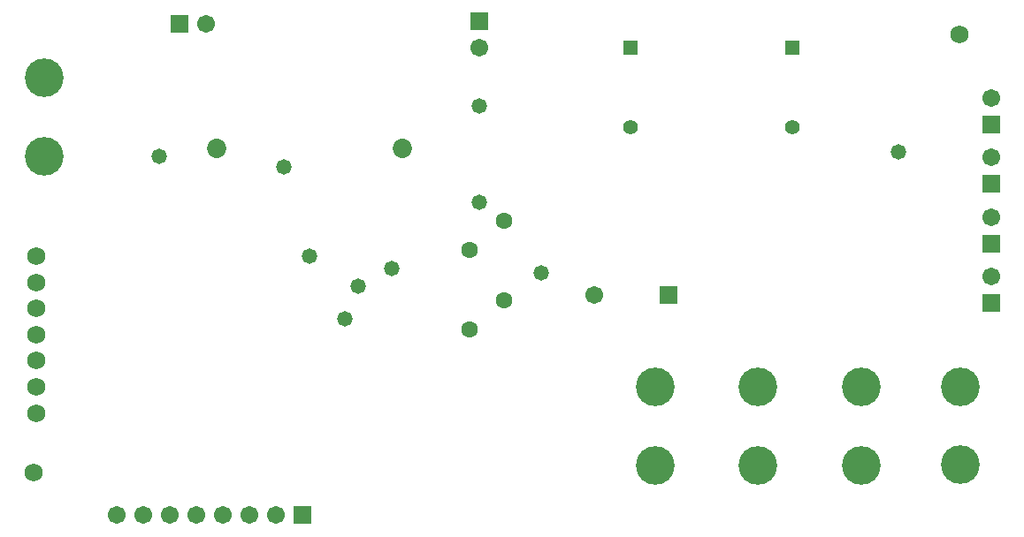
<source format=gbs>
G04*
G04 #@! TF.GenerationSoftware,Altium Limited,Altium Designer,18.1.9 (240)*
G04*
G04 Layer_Color=16711935*
%FSLAX25Y25*%
%MOIN*%
G70*
G01*
G75*
%ADD40R,0.06706X0.06706*%
%ADD48C,0.06800*%
%ADD49C,0.07296*%
%ADD50C,0.06706*%
%ADD51R,0.06706X0.06706*%
%ADD52C,0.06312*%
%ADD53C,0.05524*%
%ADD54R,0.05524X0.05524*%
%ADD55C,0.14580*%
%ADD56C,0.05800*%
D40*
X475000Y434000D02*
D03*
Y411500D02*
D03*
Y389000D02*
D03*
Y366500D02*
D03*
X282000Y473000D02*
D03*
D48*
X114000Y302800D02*
D03*
X463000Y468000D02*
D03*
X115000Y364500D02*
D03*
Y374335D02*
D03*
Y325138D02*
D03*
Y334972D02*
D03*
Y354658D02*
D03*
Y344823D02*
D03*
Y384185D02*
D03*
D49*
X253000Y425000D02*
D03*
X183000D02*
D03*
D50*
X179000Y472000D02*
D03*
X475000Y444000D02*
D03*
Y421500D02*
D03*
Y399000D02*
D03*
Y376500D02*
D03*
X282000Y463000D02*
D03*
X325524Y369500D02*
D03*
X205500Y286500D02*
D03*
X195500D02*
D03*
X185500D02*
D03*
X175500D02*
D03*
X165500D02*
D03*
X155500D02*
D03*
X145500D02*
D03*
D51*
X169000Y472000D02*
D03*
X353476Y369500D02*
D03*
X215500Y286500D02*
D03*
D52*
X291500Y367500D02*
D03*
Y397500D02*
D03*
X278500Y386500D02*
D03*
Y356500D02*
D03*
D53*
X400000Y433000D02*
D03*
X339000D02*
D03*
D54*
X400000Y463000D02*
D03*
X339000D02*
D03*
D55*
X118000Y451500D02*
D03*
Y421972D02*
D03*
X463500Y305500D02*
D03*
Y335028D02*
D03*
X387000Y305445D02*
D03*
Y334972D02*
D03*
X426000Y305445D02*
D03*
Y334972D02*
D03*
X348500Y305472D02*
D03*
Y335000D02*
D03*
D56*
X440000Y423500D02*
D03*
X236500Y373000D02*
D03*
X249000Y379500D02*
D03*
X231500Y360614D02*
D03*
X282000Y404500D02*
D03*
Y441000D02*
D03*
X305500Y378000D02*
D03*
X218000Y384300D02*
D03*
X208476Y418000D02*
D03*
X161472Y421972D02*
D03*
M02*

</source>
